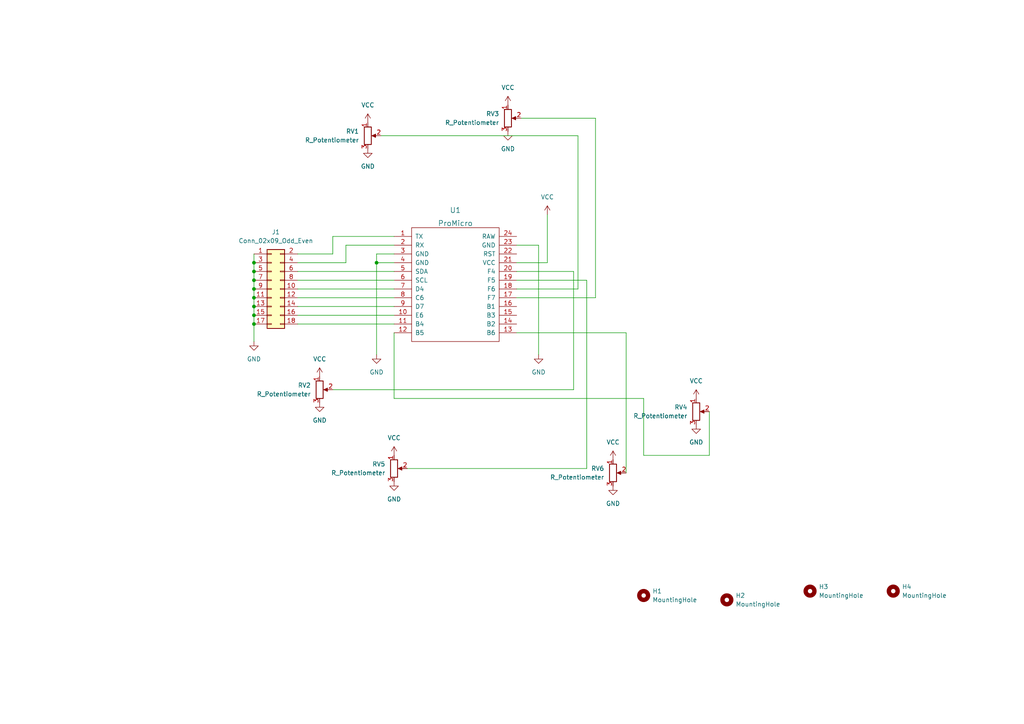
<source format=kicad_sch>
(kicad_sch (version 20211123) (generator eeschema)
  (paper "A4")
  (lib_symbols
    (symbol "Connector_Generic:Conn_02x09_Odd_Even" (pin_names (offset 1.016) hide)
      (property "Reference" "J" (at 1.27 12.7 0))
      (property "Value" "Conn_02x09_Odd_Even" (at 1.27 -12.7 0))
      (symbol "Conn_02x09_Odd_Even_1_1"
        (rectangle (start -1.27 -10.033) (end 0 -10.287) (stroke (width 0.1524)))
        (rectangle (start -1.27 -7.493) (end 0 -7.747) (stroke (width 0.1524)))
        (rectangle (start -1.27 -4.953) (end 0 -5.207) (stroke (width 0.1524)))
        (rectangle (start -1.27 -2.413) (end 0 -2.667) (stroke (width 0.1524)))
        (rectangle (start -1.27 0.127) (end 0 -0.127) (stroke (width 0.1524)))
        (rectangle (start -1.27 2.667) (end 0 2.413) (stroke (width 0.1524)))
        (rectangle (start -1.27 5.207) (end 0 4.953) (stroke (width 0.1524)))
        (rectangle (start -1.27 7.747) (end 0 7.493) (stroke (width 0.1524)))
        (rectangle (start -1.27 10.287) (end 0 10.033) (stroke (width 0.1524)))
        (rectangle (start -1.27 11.43) (end 3.81 -11.43) (stroke (width 0.254)) (fill (type background)))
        (rectangle (start 3.81 -10.033) (end 2.54 -10.287) (stroke (width 0.1524)))
        (rectangle (start 3.81 -7.493) (end 2.54 -7.747) (stroke (width 0.1524)))
        (rectangle (start 3.81 -4.953) (end 2.54 -5.207) (stroke (width 0.1524)))
        (rectangle (start 3.81 -2.413) (end 2.54 -2.667) (stroke (width 0.1524)))
        (rectangle (start 3.81 0.127) (end 2.54 -0.127) (stroke (width 0.1524)))
        (rectangle (start 3.81 2.667) (end 2.54 2.413) (stroke (width 0.1524)))
        (rectangle (start 3.81 5.207) (end 2.54 4.953) (stroke (width 0.1524)))
        (rectangle (start 3.81 7.747) (end 2.54 7.493) (stroke (width 0.1524)))
        (rectangle (start 3.81 10.287) (end 2.54 10.033) (stroke (width 0.1524)))
        (pin passive line (at -5.08 10.16 0) (length 3.81) (name "Pin_1") (number "1"))
        (pin passive line (at 7.62 0 180) (length 3.81) (name "Pin_10") (number "10"))
        (pin passive line (at -5.08 -2.54 0) (length 3.81) (name "Pin_11") (number "11"))
        (pin passive line (at 7.62 -2.54 180) (length 3.81) (name "Pin_12") (number "12"))
        (pin passive line (at -5.08 -5.08 0) (length 3.81) (name "Pin_13") (number "13"))
        (pin passive line (at 7.62 -5.08 180) (length 3.81) (name "Pin_14") (number "14"))
        (pin passive line (at -5.08 -7.62 0) (length 3.81) (name "Pin_15") (number "15"))
        (pin passive line (at 7.62 -7.62 180) (length 3.81) (name "Pin_16") (number "16"))
        (pin passive line (at -5.08 -10.16 0) (length 3.81) (name "Pin_17") (number "17"))
        (pin passive line (at 7.62 -10.16 180) (length 3.81) (name "Pin_18") (number "18"))
        (pin passive line (at 7.62 10.16 180) (length 3.81) (name "Pin_2") (number "2"))
        (pin passive line (at -5.08 7.62 0) (length 3.81) (name "Pin_3") (number "3"))
        (pin passive line (at 7.62 7.62 180) (length 3.81) (name "Pin_4") (number "4"))
        (pin passive line (at -5.08 5.08 0) (length 3.81) (name "Pin_5") (number "5"))
        (pin passive line (at 7.62 5.08 180) (length 3.81) (name "Pin_6") (number "6"))
        (pin passive line (at -5.08 2.54 0) (length 3.81) (name "Pin_7") (number "7"))
        (pin passive line (at 7.62 2.54 180) (length 3.81) (name "Pin_8") (number "8"))
        (pin passive line (at -5.08 0 0) (length 3.81) (name "Pin_9") (number "9"))
      )
    )
    (symbol "Device:R_Potentiometer" (pin_names (offset 1.016) hide)
      (property "Reference" "RV" (at -4.445 0 90))
      (property "Value" "R_Potentiometer" (at -2.54 0 90))
      (symbol "R_Potentiometer_0_1"
        (polyline (pts (xy 2.54 0) (xy 1.524 0)))
        (polyline (pts (xy 1.143 0) (xy 2.286 0.508) (xy 2.286 -0.508) (xy 1.143 0)) (fill (type outline)))
        (rectangle (start 1.016 2.54) (end -1.016 -2.54) (stroke (width 0.254)))
      )
      (symbol "R_Potentiometer_1_1"
        (pin passive line (at 0 3.81 270) (length 1.27) (name "1") (number "1"))
        (pin passive line (at 3.81 0 180) (length 1.27) (name "2") (number "2"))
        (pin passive line (at 0 -3.81 90) (length 1.27) (name "3") (number "3"))
      )
    )
    (symbol "Mechanical:MountingHole" (pin_names (offset 1.016))
      (property "Reference" "H" (at 0 5.08 0))
      (property "Value" "MountingHole" (at 0 3.175 0))
      (symbol "MountingHole_0_1"
        (circle (center 0 0) (radius 1.27) (stroke (width 1.27)))
      )
    )
    (symbol "ardu:ProMicro" (pin_names (offset 1.016))
      (property "Reference" "U" (at 0 24.13 0))
      (property "Value" "ProMicro" (at 0 -13.97 0))
      (symbol "ProMicro_0_1"
        (rectangle (start -12.7 21.59) (end 12.7 -11.43))
      )
      (symbol "ProMicro_1_1"
        (pin bidirectional line (at -17.78 19.05 0) (length 5.08) (name "TX") (number "1"))
        (pin bidirectional line (at -17.78 -3.81 0) (length 5.08) (name "E6") (number "10"))
        (pin bidirectional line (at -17.78 -6.35 0) (length 5.08) (name "B4") (number "11"))
        (pin bidirectional line (at -17.78 -8.89 0) (length 5.08) (name "B5") (number "12"))
        (pin bidirectional line (at 17.78 -8.89 180) (length 5.08) (name "B6") (number "13"))
        (pin bidirectional line (at 17.78 -6.35 180) (length 5.08) (name "B2") (number "14"))
        (pin bidirectional line (at 17.78 -3.81 180) (length 5.08) (name "B3") (number "15"))
        (pin bidirectional line (at 17.78 -1.27 180) (length 5.08) (name "B1") (number "16"))
        (pin bidirectional line (at 17.78 1.27 180) (length 5.08) (name "F7") (number "17"))
        (pin bidirectional line (at 17.78 3.81 180) (length 5.08) (name "F6") (number "18"))
        (pin bidirectional line (at 17.78 6.35 180) (length 5.08) (name "F5") (number "19"))
        (pin bidirectional line (at -17.78 16.51 0) (length 5.08) (name "RX") (number "2"))
        (pin bidirectional line (at 17.78 8.89 180) (length 5.08) (name "F4") (number "20"))
        (pin power_in line (at 17.78 11.43 180) (length 5.08) (name "VCC") (number "21"))
        (pin input line (at 17.78 13.97 180) (length 5.08) (name "RST") (number "22"))
        (pin power_in line (at 17.78 16.51 180) (length 5.08) (name "GND") (number "23"))
        (pin power_out line (at 17.78 19.05 180) (length 5.08) (name "RAW") (number "24"))
        (pin power_in line (at -17.78 13.97 0) (length 5.08) (name "GND") (number "3"))
        (pin power_in line (at -17.78 11.43 0) (length 5.08) (name "GND") (number "4"))
        (pin bidirectional line (at -17.78 8.89 0) (length 5.08) (name "SDA") (number "5"))
        (pin bidirectional line (at -17.78 6.35 0) (length 5.08) (name "SCL") (number "6"))
        (pin bidirectional line (at -17.78 3.81 0) (length 5.08) (name "D4") (number "7"))
        (pin bidirectional line (at -17.78 1.27 0) (length 5.08) (name "C6") (number "8"))
        (pin bidirectional line (at -17.78 -1.27 0) (length 5.08) (name "D7") (number "9"))
      )
    )
    (symbol "power:GND" (power) (pin_names (offset 0))
      (property "Value" "GND" (at 0 -3.81 0))
      (symbol "GND_0_1"
        (polyline (pts (xy 0 0) (xy 0 -1.27) (xy 1.27 -1.27) (xy 0 -2.54) (xy -1.27 -1.27) (xy 0 -1.27)))
      )
      (symbol "GND_1_1"
        (pin power_in line (at 0 0 270) (length 0) hide (name "GND") (number "1"))
      )
    )
    (symbol "power:VCC" (power) (pin_names (offset 0))
      (property "Value" "VCC" (at 0 3.81 0))
      (symbol "VCC_0_1"
        (polyline (pts (xy -0.762 1.27) (xy 0 2.54)))
        (polyline (pts (xy 0 0) (xy 0 2.54)))
        (polyline (pts (xy 0 2.54) (xy 0.762 1.27)))
      )
      (symbol "VCC_1_1"
        (pin power_in line (at 0 0 90) (length 0) hide (name "VCC") (number "1"))
      )
    )
  )
  (junction (at 73.66 78.74))
  (junction (at 73.66 86.36))
  (junction (at 73.66 76.2))
  (junction (at 73.66 88.9))
  (junction (at 109.22 76.2))
  (junction (at 73.66 81.28))
  (junction (at 73.66 83.82))
  (junction (at 73.66 93.98))
  (junction (at 73.66 91.44))
  (wire (pts (xy 158.75 76.2) (xy 158.75 62.23)))
  (wire (pts (xy 73.66 83.82) (xy 73.66 86.36)))
  (wire (pts (xy 172.72 86.36) (xy 149.86 86.36)))
  (wire (pts (xy 73.66 91.44) (xy 73.66 93.98)))
  (wire (pts (xy 73.66 88.9) (xy 73.66 91.44)))
  (wire (pts (xy 167.64 39.37) (xy 167.64 83.82)))
  (wire (pts (xy 73.66 86.36) (xy 73.66 88.9)))
  (wire (pts (xy 186.69 115.57) (xy 114.3 115.57)))
  (wire (pts (xy 149.86 81.28) (xy 170.18 81.28)))
  (wire (pts (xy 109.22 76.2) (xy 109.22 102.87)))
  (wire (pts (xy 166.37 78.74) (xy 149.86 78.74)))
  (wire (pts (xy 167.64 83.82) (xy 149.86 83.82)))
  (wire (pts (xy 86.36 76.2) (xy 100.33 76.2)))
  (wire (pts (xy 96.52 113.03) (xy 166.37 113.03)))
  (wire (pts (xy 86.36 91.44) (xy 114.3 91.44)))
  (wire (pts (xy 109.22 76.2) (xy 114.3 76.2)))
  (wire (pts (xy 109.22 73.66) (xy 109.22 76.2)))
  (wire (pts (xy 156.21 71.12) (xy 156.21 102.87)))
  (wire (pts (xy 86.36 81.28) (xy 114.3 81.28)))
  (wire (pts (xy 86.36 78.74) (xy 114.3 78.74)))
  (wire (pts (xy 73.66 93.98) (xy 73.66 99.06)))
  (wire (pts (xy 186.69 132.08) (xy 186.69 115.57)))
  (wire (pts (xy 100.33 71.12) (xy 114.3 71.12)))
  (wire (pts (xy 149.86 76.2) (xy 158.75 76.2)))
  (wire (pts (xy 96.52 68.58) (xy 96.52 73.66)))
  (wire (pts (xy 86.36 93.98) (xy 114.3 93.98)))
  (wire (pts (xy 181.61 96.52) (xy 149.86 96.52)))
  (wire (pts (xy 114.3 68.58) (xy 96.52 68.58)))
  (wire (pts (xy 118.11 135.89) (xy 170.18 135.89)))
  (wire (pts (xy 73.66 73.66) (xy 73.66 76.2)))
  (wire (pts (xy 205.74 132.08) (xy 186.69 132.08)))
  (wire (pts (xy 110.49 39.37) (xy 167.64 39.37)))
  (wire (pts (xy 73.66 78.74) (xy 73.66 81.28)))
  (wire (pts (xy 181.61 137.16) (xy 181.61 96.52)))
  (wire (pts (xy 73.66 76.2) (xy 73.66 78.74)))
  (wire (pts (xy 86.36 86.36) (xy 114.3 86.36)))
  (wire (pts (xy 151.13 34.29) (xy 172.72 34.29)))
  (wire (pts (xy 73.66 81.28) (xy 73.66 83.82)))
  (wire (pts (xy 114.3 115.57) (xy 114.3 96.52)))
  (wire (pts (xy 205.74 119.38) (xy 205.74 132.08)))
  (wire (pts (xy 96.52 73.66) (xy 86.36 73.66)))
  (wire (pts (xy 170.18 135.89) (xy 170.18 81.28)))
  (wire (pts (xy 86.36 88.9) (xy 114.3 88.9)))
  (wire (pts (xy 172.72 34.29) (xy 172.72 86.36)))
  (wire (pts (xy 149.86 71.12) (xy 156.21 71.12)))
  (wire (pts (xy 166.37 78.74) (xy 166.37 113.03)))
  (wire (pts (xy 100.33 76.2) (xy 100.33 71.12)))
  (wire (pts (xy 114.3 73.66) (xy 109.22 73.66)))
  (wire (pts (xy 86.36 83.82) (xy 114.3 83.82)))
  (symbol (lib_id "power:GND") (at 73.66 99.06 0) (unit 1)
    (property "Reference" "#PWR0116" (effects hide))
    (property "Value" "GND" (at 73.66 104.14 0))
  )
  (symbol (lib_id "power:VCC") (at 106.68 35.56 0) (unit 1)
    (property "Reference" "#PWR0110" (effects hide))
    (property "Value" "VCC" (at 106.68 30.48 0))
  )
  (symbol (lib_id "power:VCC") (at 177.8 133.35 0) (unit 1)
    (property "Reference" "#PWR0108" (effects hide))
    (property "Value" "VCC" (at 177.8 128.27 0))
  )
  (symbol (lib_id "power:GND") (at 92.71 116.84 0) (unit 1)
    (property "Reference" "#PWR0105" (effects hide))
    (property "Value" "GND" (at 92.71 121.92 0))
  )
  (symbol (lib_id "Device:R_Potentiometer") (at 106.68 39.37 0) (unit 1)
    (property "Reference" "RV1" (at 104.14 38.0999 0) (effects (justify right)))
    (property "Value" "R_Potentiometer" (at 104.14 40.6399 0) (effects (justify right)))
    (property "Footprint" "antennas:TT_P120" (effects hide))
  )
  (symbol (lib_id "power:VCC") (at 92.71 109.22 0) (unit 1)
    (property "Reference" "#PWR0109" (effects hide))
    (property "Value" "VCC" (at 92.71 104.14 0))
  )
  (symbol (lib_id "power:GND") (at 156.21 102.87 0) (unit 1)
    (property "Reference" "#PWR0106" (effects hide))
    (property "Value" "GND" (at 156.21 107.95 0))
  )
  (symbol (lib_id "power:VCC") (at 114.3 132.08 0) (unit 1)
    (property "Reference" "#PWR0103" (effects hide))
    (property "Value" "VCC" (at 114.3 127 0))
  )
  (symbol (lib_id "ardu:ProMicro") (at 132.08 87.63 0) (unit 1)
    (property "Reference" "U1" (at 132.08 60.96 0) (effects (font (size 1.524 1.524))))
    (property "Value" "ProMicro" (at 132.08 64.77 0) (effects (font (size 1.524 1.524))))
    (property "Footprint" "antennas:ProMicro" (effects hide))
  )
  (symbol (lib_id "Device:R_Potentiometer") (at 92.71 113.03 0) (unit 1)
    (property "Reference" "RV2" (at 90.17 111.7599 0) (effects (justify right)))
    (property "Value" "R_Potentiometer" (at 90.17 114.2999 0) (effects (justify right)))
    (property "Footprint" "antennas:TT_P120" (effects hide))
  )
  (symbol (lib_id "Mechanical:MountingHole") (at 210.82 173.99 0) (unit 1)
    (property "Reference" "H2" (at 213.36 172.7199 0) (effects (justify left)))
    (property "Value" "MountingHole" (at 213.36 175.2599 0) (effects (justify left)))
    (property "Footprint" "MountingHole:MountingHole_3.2mm_M3" (effects hide))
  )
  (symbol (lib_id "Mechanical:MountingHole") (at 259.08 171.45 0) (unit 1)
    (property "Reference" "H4" (at 261.62 170.1799 0) (effects (justify left)))
    (property "Value" "MountingHole" (at 261.62 172.7199 0) (effects (justify left)))
    (property "Footprint" "MountingHole:MountingHole_3.2mm_M3" (effects hide))
  )
  (symbol (lib_id "Connector_Generic:Conn_02x09_Odd_Even") (at 78.74 83.82 0) (unit 1)
    (property "Reference" "J1" (at 80.01 67.31 0))
    (property "Value" "Conn_02x09_Odd_Even" (at 80.01 69.85 0))
    (property "Footprint" "Connector_PinHeader_2.54mm:PinHeader_2x09_P2.54mm_Vertical" (effects hide))
  )
  (symbol (lib_id "power:GND") (at 201.93 123.19 0) (unit 1)
    (property "Reference" "#PWR0112" (effects hide))
    (property "Value" "GND" (at 201.93 128.27 0))
  )
  (symbol (lib_id "power:GND") (at 114.3 139.7 0) (unit 1)
    (property "Reference" "#PWR0104" (effects hide))
    (property "Value" "GND" (at 114.3 144.78 0))
  )
  (symbol (lib_id "power:GND") (at 106.68 43.18 0) (unit 1)
    (property "Reference" "#PWR0111" (effects hide))
    (property "Value" "GND" (at 106.68 48.26 0))
  )
  (symbol (lib_id "power:GND") (at 109.22 102.87 0) (unit 1)
    (property "Reference" "#PWR0101" (effects hide))
    (property "Value" "GND" (at 109.22 107.95 0))
  )
  (symbol (lib_id "power:GND") (at 147.32 38.1 0) (unit 1)
    (property "Reference" "#PWR0114" (effects hide))
    (property "Value" "GND" (at 147.32 43.18 0))
  )
  (symbol (lib_id "Mechanical:MountingHole") (at 234.95 171.45 0) (unit 1)
    (property "Reference" "H3" (at 237.49 170.1799 0) (effects (justify left)))
    (property "Value" "MountingHole" (at 237.49 172.7199 0) (effects (justify left)))
    (property "Footprint" "MountingHole:MountingHole_3.2mm_M3" (effects hide))
  )
  (symbol (lib_id "Device:R_Potentiometer") (at 177.8 137.16 0) (unit 1)
    (property "Reference" "RV6" (at 175.26 135.8899 0) (effects (justify right)))
    (property "Value" "R_Potentiometer" (at 175.26 138.4299 0) (effects (justify right)))
    (property "Footprint" "antennas:TT_P120" (effects hide))
  )
  (symbol (lib_id "power:VCC") (at 201.93 115.57 0) (unit 1)
    (property "Reference" "#PWR0113" (effects hide))
    (property "Value" "VCC" (at 201.93 110.49 0))
  )
  (symbol (lib_id "power:VCC") (at 158.75 62.23 0) (unit 1)
    (property "Reference" "#PWR0102" (effects hide))
    (property "Value" "VCC" (at 158.75 57.15 0))
  )
  (symbol (lib_id "Mechanical:MountingHole") (at 186.69 172.72 0) (unit 1)
    (property "Reference" "H1" (at 189.23 171.4499 0) (effects (justify left)))
    (property "Value" "MountingHole" (at 189.23 173.9899 0) (effects (justify left)))
    (property "Footprint" "MountingHole:MountingHole_3.2mm_M3" (effects hide))
  )
  (symbol (lib_id "power:VCC") (at 147.32 30.48 0) (unit 1)
    (property "Reference" "#PWR0115" (effects hide))
    (property "Value" "VCC" (at 147.32 25.4 0))
  )
  (symbol (lib_id "Device:R_Potentiometer") (at 201.93 119.38 0) (unit 1)
    (property "Reference" "RV4" (at 199.39 118.1099 0) (effects (justify right)))
    (property "Value" "R_Potentiometer" (at 199.39 120.6499 0) (effects (justify right)))
    (property "Footprint" "antennas:TT_P120" (effects hide))
  )
  (symbol (lib_id "Device:R_Potentiometer") (at 114.3 135.89 0) (unit 1)
    (property "Reference" "RV5" (at 111.76 134.6199 0) (effects (justify right)))
    (property "Value" "R_Potentiometer" (at 111.76 137.1599 0) (effects (justify right)))
    (property "Footprint" "antennas:TT_P120" (effects hide))
  )
  (symbol (lib_id "power:GND") (at 177.8 140.97 0) (unit 1)
    (property "Reference" "#PWR0107" (effects hide))
    (property "Value" "GND" (at 177.8 146.05 0))
  )
  (symbol (lib_id "Device:R_Potentiometer") (at 147.32 34.29 0) (unit 1)
    (property "Reference" "RV3" (at 144.78 33.0199 0) (effects (justify right)))
    (property "Value" "R_Potentiometer" (at 144.78 35.5599 0) (effects (justify right)))
    (property "Footprint" "antennas:TT_P120" (effects hide))
  )
)
</source>
